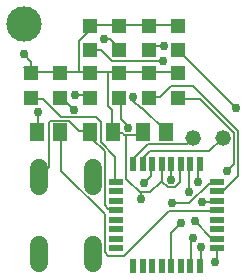
<source format=gbr>
G04 EAGLE Gerber RS-274X export*
G75*
%MOMM*%
%FSLAX34Y34*%
%LPD*%
%INTop Copper*%
%IPPOS*%
%AMOC8*
5,1,8,0,0,1.08239X$1,22.5*%
G01*
%ADD10R,1.300000X1.500000*%
%ADD11R,0.558800X1.270000*%
%ADD12R,1.270000X0.558800*%
%ADD13R,1.200000X1.200000*%
%ADD14C,1.320800*%
%ADD15C,1.524000*%
%ADD16C,3.000000*%
%ADD17C,0.152400*%
%ADD18C,0.756400*%


D10*
X86500Y148000D03*
X105500Y148000D03*
D11*
X179000Y120926D03*
X171000Y120926D03*
X163000Y120926D03*
X155000Y120926D03*
X147000Y120926D03*
X139000Y120926D03*
X131000Y120926D03*
X123000Y120926D03*
D12*
X108074Y106000D03*
X108074Y98000D03*
X108074Y90000D03*
X108074Y82000D03*
X108074Y74000D03*
X108074Y66000D03*
X108074Y58000D03*
X108074Y50000D03*
D11*
X123000Y35074D03*
X131000Y35074D03*
X139000Y35074D03*
X147000Y35074D03*
X155000Y35074D03*
X163000Y35074D03*
X171000Y35074D03*
X179000Y35074D03*
D12*
X193926Y50000D03*
X193926Y58000D03*
X193926Y66000D03*
X193926Y74000D03*
X193926Y82000D03*
X193926Y90000D03*
X193926Y98000D03*
X193926Y106000D03*
D13*
X161000Y238500D03*
X161000Y217500D03*
X36000Y198500D03*
X36000Y177500D03*
X136000Y238500D03*
X136000Y217500D03*
X111000Y238500D03*
X111000Y217500D03*
X86000Y238500D03*
X86000Y217500D03*
X161000Y198500D03*
X161000Y177500D03*
X136000Y198500D03*
X136000Y177500D03*
X111000Y198500D03*
X111000Y177500D03*
X86000Y198500D03*
X86000Y177500D03*
X61000Y198500D03*
X61000Y177500D03*
D14*
X173300Y143000D03*
X198700Y143000D03*
D10*
X60500Y148000D03*
X41500Y148000D03*
X131500Y148000D03*
X150500Y148000D03*
D15*
X88606Y118132D02*
X88606Y102892D01*
X43394Y102892D02*
X43394Y118132D01*
X88606Y53108D02*
X88606Y37868D01*
X43394Y37868D02*
X43394Y53108D01*
D16*
X30000Y240000D03*
D17*
X147304Y119920D02*
X147304Y106204D01*
X151876Y101632D01*
X157972Y101632D01*
X162544Y106204D01*
X162544Y119920D01*
X147304Y119920D02*
X147000Y120926D01*
X162544Y119920D02*
X163000Y120926D01*
X113776Y147352D02*
X106156Y147352D01*
X113776Y147352D02*
X115300Y145828D01*
X116824Y145828D02*
X129016Y145828D01*
X116824Y145828D02*
X115300Y145828D01*
X129016Y145828D02*
X130540Y147352D01*
X106156Y147352D02*
X105500Y148000D01*
X130540Y147352D02*
X131500Y148000D01*
X146160Y106204D02*
X147304Y106204D01*
X146160Y106204D02*
X137112Y97156D01*
X129000Y97156D01*
X129000Y96648D02*
X116824Y108824D01*
X116824Y145828D01*
X110728Y238792D02*
X86344Y238792D01*
X86000Y238500D01*
X110728Y238792D02*
X111000Y238500D01*
X136636Y238792D02*
X159496Y238792D01*
X136636Y238792D02*
X136000Y238500D01*
X159496Y238792D02*
X161000Y238500D01*
X135112Y238792D02*
X112252Y238792D01*
X111000Y238500D01*
X135112Y238792D02*
X136000Y238500D01*
X135112Y199168D02*
X112252Y199168D01*
X111000Y198500D01*
X135112Y199168D02*
X136000Y198500D01*
X136636Y199168D02*
X159496Y199168D01*
X161000Y198500D01*
X136636Y199168D02*
X136000Y198500D01*
X60436Y199168D02*
X36052Y199168D01*
X36000Y198500D01*
X60436Y199168D02*
X61000Y198500D01*
X61960Y199168D02*
X77200Y199168D01*
X84820Y199168D01*
X86000Y198500D01*
X61960Y199168D02*
X61000Y198500D01*
X154924Y34576D02*
X154924Y30004D01*
X154924Y34576D02*
X155000Y35074D01*
X36000Y198500D02*
X34528Y197644D01*
X86344Y199168D02*
X101584Y199168D01*
X110728Y199168D01*
X111000Y198500D01*
X86344Y199168D02*
X86000Y198500D01*
X84820Y232696D02*
X84820Y237268D01*
X84820Y232696D02*
X77200Y225076D01*
X77200Y199168D01*
X84820Y237268D02*
X86000Y238500D01*
X104632Y167164D02*
X104632Y148876D01*
X104632Y167164D02*
X101584Y170212D01*
X101584Y199168D01*
X104632Y148876D02*
X105500Y148000D01*
X34528Y199168D02*
X30480Y203216D01*
X34528Y199168D02*
X36000Y198500D01*
X155000Y63000D02*
X155000Y35074D01*
X155000Y63000D02*
X163000Y71000D01*
D18*
X163000Y71000D03*
X129000Y92000D03*
D17*
X129000Y96648D01*
X36000Y198500D02*
X36000Y208000D01*
X30000Y214000D01*
D18*
X30000Y214000D03*
D17*
X138160Y119920D02*
X138160Y111348D01*
X132064Y105252D01*
X138160Y119920D02*
X139000Y120926D01*
X154924Y119920D02*
X154924Y107728D01*
X154924Y119920D02*
X155000Y120926D01*
X42148Y148876D02*
X42148Y165640D01*
X42148Y148876D02*
X41500Y148000D01*
D18*
X132064Y105252D03*
X154924Y107728D03*
X42148Y165640D03*
D17*
X124444Y127540D02*
X124444Y121444D01*
X124444Y127540D02*
X135112Y138208D01*
X168640Y138208D01*
X173212Y142780D01*
X124444Y121444D02*
X123000Y120926D01*
X173212Y142780D02*
X173300Y143000D01*
X132064Y127540D02*
X132064Y121444D01*
X132064Y127540D02*
X136636Y132112D01*
X186928Y132112D01*
X197596Y142780D01*
X132064Y121444D02*
X131000Y120926D01*
X197596Y142780D02*
X198700Y143000D01*
X145780Y177832D02*
X136636Y177832D01*
X145780Y177832D02*
X154924Y186976D01*
X173212Y186976D01*
X211312Y148876D01*
X211312Y110776D01*
X199120Y98584D01*
X194548Y98584D01*
X136636Y177832D02*
X136000Y177500D01*
X194548Y98584D02*
X193926Y98000D01*
X112252Y159544D02*
X112252Y176308D01*
X112252Y159544D02*
X118348Y153448D01*
X118348Y151924D01*
X155640Y88108D02*
X170356Y88108D01*
X186928Y104680D01*
X193024Y104680D01*
X112252Y176308D02*
X111000Y177500D01*
X193926Y106000D02*
X193024Y104680D01*
D18*
X118348Y151924D03*
X155640Y88108D03*
D17*
X86000Y177500D02*
X84192Y179308D01*
X73152Y179308D01*
X177784Y119920D02*
X177784Y106252D01*
X177784Y119920D02*
X179000Y120926D01*
D18*
X73152Y179308D03*
X177784Y106252D03*
D17*
X73104Y167164D02*
X62768Y177500D01*
X61000Y177500D01*
X169640Y119396D02*
X169640Y97252D01*
X169640Y119396D02*
X170164Y119920D01*
X171000Y120926D01*
D18*
X73104Y167164D03*
X169640Y97252D03*
D17*
X46720Y176308D02*
X36052Y176308D01*
X46720Y176308D02*
X61960Y161068D01*
X90916Y161068D01*
X95488Y156496D01*
X95488Y139732D01*
X107680Y127540D01*
X107680Y106204D01*
X36052Y176308D02*
X36000Y177500D01*
X107680Y106204D02*
X108074Y106000D01*
X107680Y83344D02*
X101584Y83344D01*
X98536Y86392D01*
X98536Y132112D01*
X87868Y142780D01*
X87868Y147352D01*
X107680Y83344D02*
X108074Y82000D01*
X87868Y147352D02*
X86500Y148000D01*
X130540Y168688D02*
X150352Y148876D01*
X130540Y168688D02*
X129016Y168688D01*
X122920Y174784D01*
X122920Y177832D01*
X150352Y148876D02*
X150500Y148000D01*
X86344Y148876D02*
X77200Y148876D01*
X68056Y158020D01*
X52816Y158020D01*
X51292Y156496D01*
X51292Y118396D01*
X43672Y110776D01*
X86500Y148000D02*
X86344Y148876D01*
X43672Y110776D02*
X43394Y110512D01*
D18*
X122920Y177832D03*
D17*
X161020Y176308D02*
X179308Y176308D01*
X208264Y147352D01*
X208264Y121444D01*
X202168Y115348D01*
X193024Y89440D02*
X180832Y89440D01*
X161020Y176308D02*
X161000Y177500D01*
X193926Y90000D02*
X193024Y89440D01*
D18*
X202168Y115348D03*
X180832Y89440D03*
D17*
X209788Y168688D02*
X161020Y217456D01*
X173308Y58912D02*
X171688Y57292D01*
X171688Y36100D01*
X161020Y217456D02*
X161000Y217500D01*
X171688Y36100D02*
X171000Y35074D01*
D18*
X209788Y168688D03*
X173308Y58912D03*
D17*
X148828Y221456D02*
X139956Y221456D01*
X136000Y217500D01*
X180308Y50768D02*
X180308Y39431D01*
X179000Y35074D01*
D18*
X148828Y221456D03*
X180308Y50768D03*
D17*
X115300Y218980D02*
X112252Y218980D01*
X111664Y218285D01*
X111000Y217500D01*
X194548Y51340D02*
X193926Y50000D01*
X193926Y41074D01*
X194000Y41000D01*
X192100Y39100D01*
X192100Y37959D01*
D18*
X192100Y37959D03*
X98000Y227000D03*
D17*
X102948Y227000D01*
X111664Y218285D01*
X95488Y217456D02*
X86344Y217456D01*
X95488Y217456D02*
X104632Y208312D01*
X148352Y208312D01*
X174736Y72676D02*
X188452Y58960D01*
X193024Y58960D01*
X86344Y217456D02*
X86000Y217500D01*
X193024Y58960D02*
X193926Y58000D01*
D18*
X148352Y208312D03*
X174736Y72676D03*
D17*
X193024Y81820D02*
X153400Y81820D01*
X115300Y43720D01*
X101584Y43720D01*
X98536Y46768D01*
X98536Y78772D01*
X61960Y115348D01*
X61960Y147352D01*
X193024Y81820D02*
X193926Y82000D01*
X61960Y147352D02*
X60500Y148000D01*
M02*

</source>
